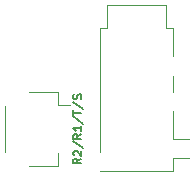
<source format=gbr>
%TF.GenerationSoftware,KiCad,Pcbnew,(6.0.5-0)*%
%TF.CreationDate,2022-07-05T23:04:03-07:00*%
%TF.ProjectId,trrs,74727273-2e6b-4696-9361-645f70636258,rev?*%
%TF.SameCoordinates,Original*%
%TF.FileFunction,Legend,Top*%
%TF.FilePolarity,Positive*%
%FSLAX46Y46*%
G04 Gerber Fmt 4.6, Leading zero omitted, Abs format (unit mm)*
G04 Created by KiCad (PCBNEW (6.0.5-0)) date 2022-07-05 23:04:03*
%MOMM*%
%LPD*%
G01*
G04 APERTURE LIST*
%ADD10C,0.152400*%
%ADD11C,0.120000*%
G04 APERTURE END LIST*
D10*
X95363666Y-54670000D02*
X95030333Y-54903333D01*
X95363666Y-55070000D02*
X94663666Y-55070000D01*
X94663666Y-54803333D01*
X94697000Y-54736666D01*
X94730333Y-54703333D01*
X94797000Y-54670000D01*
X94897000Y-54670000D01*
X94963666Y-54703333D01*
X94997000Y-54736666D01*
X95030333Y-54803333D01*
X95030333Y-55070000D01*
X94730333Y-54403333D02*
X94697000Y-54370000D01*
X94663666Y-54303333D01*
X94663666Y-54136666D01*
X94697000Y-54070000D01*
X94730333Y-54036666D01*
X94797000Y-54003333D01*
X94863666Y-54003333D01*
X94963666Y-54036666D01*
X95363666Y-54436666D01*
X95363666Y-54003333D01*
X94630333Y-53203333D02*
X95530333Y-53803333D01*
X95363666Y-52570000D02*
X95030333Y-52803333D01*
X95363666Y-52970000D02*
X94663666Y-52970000D01*
X94663666Y-52703333D01*
X94697000Y-52636666D01*
X94730333Y-52603333D01*
X94797000Y-52570000D01*
X94897000Y-52570000D01*
X94963666Y-52603333D01*
X94997000Y-52636666D01*
X95030333Y-52703333D01*
X95030333Y-52970000D01*
X95363666Y-51903333D02*
X95363666Y-52303333D01*
X95363666Y-52103333D02*
X94663666Y-52103333D01*
X94763666Y-52170000D01*
X94830333Y-52236666D01*
X94863666Y-52303333D01*
X94630333Y-51103333D02*
X95530333Y-51703333D01*
X94663666Y-50970000D02*
X94663666Y-50570000D01*
X95363666Y-50770000D02*
X94663666Y-50770000D01*
X94630333Y-49836666D02*
X95530333Y-50436666D01*
X95330333Y-49636666D02*
X95363666Y-49536666D01*
X95363666Y-49370000D01*
X95330333Y-49303333D01*
X95297000Y-49270000D01*
X95230333Y-49236666D01*
X95163666Y-49236666D01*
X95097000Y-49270000D01*
X95063666Y-49303333D01*
X95030333Y-49370000D01*
X94997000Y-49503333D01*
X94963666Y-49570000D01*
X94930333Y-49603333D01*
X94863666Y-49636666D01*
X94797000Y-49636666D01*
X94730333Y-49603333D01*
X94697000Y-49570000D01*
X94663666Y-49503333D01*
X94663666Y-49336666D01*
X94697000Y-49236666D01*
D11*
%TO.C,J7*%
X93392000Y-50110000D02*
X94382000Y-50110000D01*
X90892000Y-49060000D02*
X93392000Y-49060000D01*
X93392000Y-55280000D02*
X93392000Y-54230000D01*
X88922000Y-50230000D02*
X88922000Y-54110000D01*
X93392000Y-49060000D02*
X93392000Y-50110000D01*
X90892000Y-55280000D02*
X93392000Y-55280000D01*
%TO.C,J5*%
X103100000Y-50650000D02*
X103100000Y-53050000D01*
X103100000Y-54600000D02*
X104500000Y-54600000D01*
X97500000Y-43625000D02*
X96900000Y-43625000D01*
X103100000Y-43625000D02*
X102500000Y-43625000D01*
X97500000Y-43625000D02*
X97500000Y-41625000D01*
X103100000Y-47650000D02*
X103100000Y-49000000D01*
X103100000Y-43625000D02*
X103100000Y-46000000D01*
X103100000Y-54600000D02*
X103100000Y-55725000D01*
X96900000Y-54150000D02*
X96900000Y-43625000D01*
X102500000Y-43625000D02*
X102500000Y-41625000D01*
X103100000Y-53050000D02*
X104500000Y-53050000D01*
X102500000Y-41625000D02*
X97500000Y-41625000D01*
X96900000Y-55725000D02*
X103100000Y-55725000D01*
%TD*%
M02*

</source>
